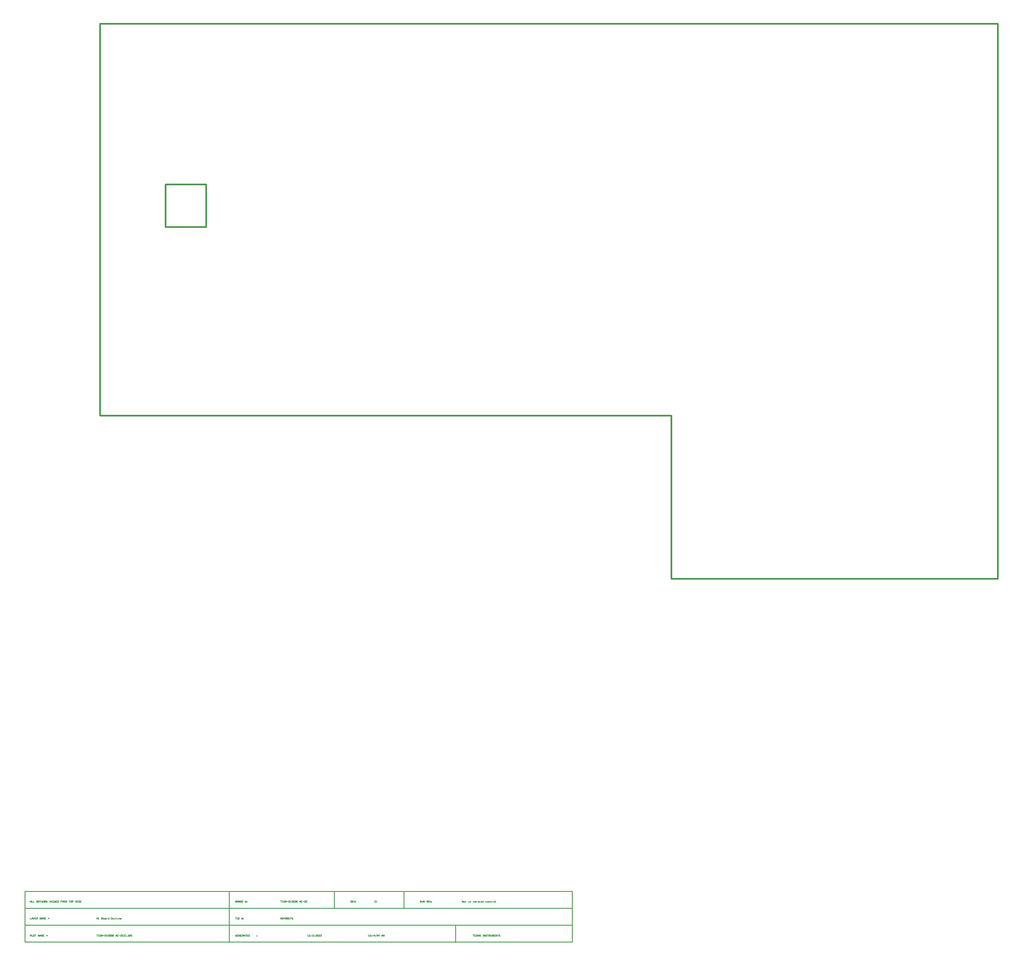
<source format=gm1>
G04*
G04 #@! TF.GenerationSoftware,Altium Limited,Altium Designer,23.1.1 (15)*
G04*
G04 Layer_Color=16711935*
%FSAX44Y44*%
%MOMM*%
G71*
G04*
G04 #@! TF.SameCoordinates,9B1E6CB6-7F21-4D16-986F-FEEA4F8F1DB9*
G04*
G04*
G04 #@! TF.FilePolarity,Positive*
G04*
G01*
G75*
%ADD14C,0.5000*%
%ADD18C,0.1000*%
%ADD19C,0.2540*%
%ADD22C,0.2032*%
G54D14*
X03393522Y01545357D02*
Y03245357D01*
X02393522Y01545357D02*
X03393522D01*
X00843522Y02752857D02*
X00968522D01*
X00843522Y02622857D02*
Y02752857D01*
Y02622857D02*
X00968522D01*
Y02752857D01*
X02393522Y01545357D02*
Y02045357D01*
X00643522D02*
X02393522D01*
X00643522D02*
Y03245357D01*
X03393522Y03245357D01*
G54D18*
X00644332Y02381439D02*
Y02701440D01*
X00643272Y02055357D02*
Y02375357D01*
G54D19*
X01038734Y00433739D02*
Y00588679D01*
X00412751D02*
X02089532D01*
X01360552Y00537032D02*
Y00588679D01*
X01573912Y00537032D02*
Y00588679D01*
X01731900Y00432088D02*
Y00483608D01*
X01429894Y00433739D02*
X02089532D01*
X00412751D02*
X00812928D01*
X00412624Y00537032D02*
X02089532D01*
X00412624Y00433739D02*
X01429894D01*
X00412624Y00485386D02*
X02089024D01*
X00412624Y00433739D02*
Y00588679D01*
X00412751Y00433739D02*
Y00588679D01*
X02089532Y00433739D02*
Y00588679D01*
G54D22*
X00633350Y00503591D02*
Y00508589D01*
X00635016Y00506923D01*
X00636682Y00508589D01*
Y00503591D01*
X00638349D02*
X00640015D01*
X00639182D01*
Y00508589D01*
X00638349Y00507756D01*
X00647512Y00508589D02*
Y00503591D01*
X00650011D01*
X00650844Y00504424D01*
Y00505257D01*
X00650011Y00506090D01*
X00647512D01*
X00650011D01*
X00650844Y00506923D01*
Y00507756D01*
X00650011Y00508589D01*
X00647512D01*
X00653344Y00503591D02*
X00655010D01*
X00655843Y00504424D01*
Y00506090D01*
X00655010Y00506923D01*
X00653344D01*
X00652511Y00506090D01*
Y00504424D01*
X00653344Y00503591D01*
X00658342Y00506923D02*
X00660008D01*
X00660841Y00506090D01*
Y00503591D01*
X00658342D01*
X00657509Y00504424D01*
X00658342Y00505257D01*
X00660841D01*
X00662507Y00506923D02*
Y00503591D01*
Y00505257D01*
X00663340Y00506090D01*
X00664173Y00506923D01*
X00665006D01*
X00670838Y00508589D02*
Y00503591D01*
X00668339D01*
X00667506Y00504424D01*
Y00506090D01*
X00668339Y00506923D01*
X00670838D01*
X00680002Y00508589D02*
X00678335D01*
X00677502Y00507756D01*
Y00504424D01*
X00678335Y00503591D01*
X00680002D01*
X00680835Y00504424D01*
Y00507756D01*
X00680002Y00508589D01*
X00682501Y00506923D02*
Y00504424D01*
X00683334Y00503591D01*
X00685833D01*
Y00506923D01*
X00688332Y00507756D02*
Y00506923D01*
X00687499D01*
X00689165D01*
X00688332D01*
Y00504424D01*
X00689165Y00503591D01*
X00691665D02*
X00693331D01*
X00692497D01*
Y00508589D01*
X00691665D01*
X00695830Y00503591D02*
X00697496D01*
X00696663D01*
Y00506923D01*
X00695830D01*
X00699995Y00503591D02*
Y00506923D01*
X00702494D01*
X00703327Y00506090D01*
Y00503591D01*
X00707493D02*
X00705826D01*
X00704994Y00504424D01*
Y00506090D01*
X00705826Y00506923D01*
X00707493D01*
X00708326Y00506090D01*
Y00505257D01*
X00704994D01*
X00428753Y00555109D02*
Y00558441D01*
X00430419Y00560107D01*
X00432085Y00558441D01*
Y00555109D01*
Y00557608D01*
X00428753D01*
X00433751Y00560107D02*
Y00555109D01*
X00437084D01*
X00438750Y00560107D02*
Y00555109D01*
X00442082D01*
X00448747D02*
Y00558441D01*
X00450413Y00560107D01*
X00452079Y00558441D01*
Y00555109D01*
Y00557608D01*
X00448747D01*
X00453745Y00555109D02*
Y00560107D01*
X00456244D01*
X00457077Y00559274D01*
Y00557608D01*
X00456244Y00556775D01*
X00453745D01*
X00455411D02*
X00457077Y00555109D01*
X00458743Y00560107D02*
X00462076D01*
X00460410D01*
Y00555109D01*
X00463742Y00560107D02*
Y00555109D01*
X00465408Y00556775D01*
X00467074Y00555109D01*
Y00560107D01*
X00471239D02*
X00469573D01*
X00468740Y00559274D01*
Y00555942D01*
X00469573Y00555109D01*
X00471239D01*
X00472072Y00555942D01*
Y00559274D01*
X00471239Y00560107D01*
X00473738Y00555109D02*
Y00560107D01*
X00476238D01*
X00477071Y00559274D01*
Y00557608D01*
X00476238Y00556775D01*
X00473738D01*
X00475405D02*
X00477071Y00555109D01*
X00478737Y00560107D02*
Y00555109D01*
Y00556775D01*
X00482069Y00560107D01*
X00479570Y00557608D01*
X00482069Y00555109D01*
X00488733Y00560107D02*
Y00556775D01*
X00490400Y00555109D01*
X00492066Y00556775D01*
Y00560107D01*
X00493732D02*
X00495398D01*
X00494565D01*
Y00555109D01*
X00493732D01*
X00495398D01*
X00501230Y00560107D02*
X00497897D01*
Y00555109D01*
X00501230D01*
X00497897Y00557608D02*
X00499563D01*
X00502896Y00560107D02*
Y00555109D01*
X00504562Y00556775D01*
X00506228Y00555109D01*
Y00560107D01*
X00511226D02*
X00507894D01*
Y00555109D01*
X00511226D01*
X00507894Y00557608D02*
X00509560D01*
X00512892Y00560107D02*
Y00555109D01*
X00515392D01*
X00516225Y00555942D01*
Y00559274D01*
X00515392Y00560107D01*
X00512892D01*
X00526221D02*
X00522889D01*
Y00557608D01*
X00524555D01*
X00522889D01*
Y00555109D01*
X00527887D02*
Y00560107D01*
X00530387D01*
X00531220Y00559274D01*
Y00557608D01*
X00530387Y00556775D01*
X00527887D01*
X00529553D02*
X00531220Y00555109D01*
X00535385Y00560107D02*
X00533719D01*
X00532886Y00559274D01*
Y00555942D01*
X00533719Y00555109D01*
X00535385D01*
X00536218Y00555942D01*
Y00559274D01*
X00535385Y00560107D01*
X00537884Y00555109D02*
Y00560107D01*
X00539550Y00558441D01*
X00541216Y00560107D01*
Y00555109D01*
X00547881Y00560107D02*
X00551213D01*
X00549547D01*
Y00555109D01*
X00555378Y00560107D02*
X00553712D01*
X00552879Y00559274D01*
Y00555942D01*
X00553712Y00555109D01*
X00555378D01*
X00556212Y00555942D01*
Y00559274D01*
X00555378Y00560107D01*
X00557878Y00555109D02*
Y00560107D01*
X00560377D01*
X00561210Y00559274D01*
Y00557608D01*
X00560377Y00556775D01*
X00557878D01*
X00571207Y00559274D02*
X00570373Y00560107D01*
X00568707D01*
X00567874Y00559274D01*
Y00558441D01*
X00568707Y00557608D01*
X00570373D01*
X00571207Y00556775D01*
Y00555942D01*
X00570373Y00555109D01*
X00568707D01*
X00567874Y00555942D01*
X00572873Y00560107D02*
X00574539D01*
X00573706D01*
Y00555109D01*
X00572873D01*
X00574539D01*
X00577038Y00560107D02*
Y00555109D01*
X00579537D01*
X00580370Y00555942D01*
Y00559274D01*
X00579537Y00560107D01*
X00577038D01*
X00585369D02*
X00582036D01*
Y00555109D01*
X00585369D01*
X00582036Y00557608D02*
X00583703D01*
X00428753Y00451307D02*
Y00456305D01*
X00431252D01*
X00432085Y00455472D01*
Y00453806D01*
X00431252Y00452973D01*
X00428753D01*
X00433751Y00456305D02*
Y00451307D01*
X00437084D01*
X00441249Y00456305D02*
X00439583D01*
X00438750Y00455472D01*
Y00452140D01*
X00439583Y00451307D01*
X00441249D01*
X00442082Y00452140D01*
Y00455472D01*
X00441249Y00456305D01*
X00443748D02*
X00447080D01*
X00445414D01*
Y00451307D01*
X00453745D02*
Y00456305D01*
X00457077Y00451307D01*
Y00456305D01*
X00458743Y00451307D02*
Y00454639D01*
X00460410Y00456305D01*
X00462076Y00454639D01*
Y00451307D01*
Y00453806D01*
X00458743D01*
X00463742Y00451307D02*
Y00456305D01*
X00465408Y00454639D01*
X00467074Y00456305D01*
Y00451307D01*
X00472072Y00456305D02*
X00468740D01*
Y00451307D01*
X00472072D01*
X00468740Y00453806D02*
X00470406D01*
X00478737Y00452973D02*
X00482069D01*
X00478737Y00454639D02*
X00482069D01*
X00428753Y00508589D02*
Y00503591D01*
X00432085D01*
X00433751D02*
Y00506923D01*
X00435418Y00508589D01*
X00437084Y00506923D01*
Y00503591D01*
Y00506090D01*
X00433751D01*
X00438750Y00508589D02*
Y00507756D01*
X00440416Y00506090D01*
X00442082Y00507756D01*
Y00508589D01*
X00440416Y00506090D02*
Y00503591D01*
X00447080Y00508589D02*
X00443748D01*
Y00503591D01*
X00447080D01*
X00443748Y00506090D02*
X00445414D01*
X00448747Y00503591D02*
Y00508589D01*
X00451246D01*
X00452079Y00507756D01*
Y00506090D01*
X00451246Y00505257D01*
X00448747D01*
X00450413D02*
X00452079Y00503591D01*
X00458743D02*
Y00508589D01*
X00462076Y00503591D01*
Y00508589D01*
X00463742Y00503591D02*
Y00506923D01*
X00465408Y00508589D01*
X00467074Y00506923D01*
Y00503591D01*
Y00506090D01*
X00463742D01*
X00468740Y00503591D02*
Y00508589D01*
X00470406Y00506923D01*
X00472072Y00508589D01*
Y00503591D01*
X00477071Y00508589D02*
X00473738D01*
Y00503591D01*
X00477071D01*
X00473738Y00506090D02*
X00475405D01*
X00483735Y00505257D02*
X00487067D01*
X00483735Y00506923D02*
X00487067D01*
X01057784Y00560107D02*
Y00555109D01*
X01060283D01*
X01061116Y00555942D01*
Y00556775D01*
X01060283Y00557608D01*
X01057784D01*
X01060283D01*
X01061116Y00558441D01*
Y00559274D01*
X01060283Y00560107D01*
X01057784D01*
X01065282D02*
X01063616D01*
X01062783Y00559274D01*
Y00555942D01*
X01063616Y00555109D01*
X01065282D01*
X01066115Y00555942D01*
Y00559274D01*
X01065282Y00560107D01*
X01067781Y00555109D02*
Y00558441D01*
X01069447Y00560107D01*
X01071113Y00558441D01*
Y00555109D01*
Y00557608D01*
X01067781D01*
X01072779Y00555109D02*
Y00560107D01*
X01075278D01*
X01076112Y00559274D01*
Y00557608D01*
X01075278Y00556775D01*
X01072779D01*
X01074445D02*
X01076112Y00555109D01*
X01077778Y00560107D02*
Y00555109D01*
X01080277D01*
X01081110Y00555942D01*
Y00559274D01*
X01080277Y00560107D01*
X01077778D01*
X01088607Y00555109D02*
Y00560107D01*
X01090274D02*
Y00555109D01*
X01087774Y00558441D02*
X01090274D01*
X01091107D01*
X01087774Y00556775D02*
X01091107D01*
X01092773Y00558441D02*
X01093606D01*
Y00557608D01*
X01092773D01*
Y00558441D01*
Y00555942D02*
X01093606D01*
Y00555109D01*
X01092773D01*
Y00555942D01*
X00633350Y00456305D02*
X00636682D01*
X00635016D01*
Y00451307D01*
X00638349Y00456305D02*
X00640015D01*
X00639182D01*
Y00451307D01*
X00638349D01*
X00640015D01*
X00642514Y00456305D02*
Y00451307D01*
X00645013D01*
X00645846Y00452140D01*
Y00455472D01*
X00645013Y00456305D01*
X00642514D01*
X00647512Y00451307D02*
Y00454639D01*
X00649178Y00456305D01*
X00650844Y00454639D01*
Y00451307D01*
Y00453806D01*
X00647512D01*
X00652511D02*
X00655843D01*
X00657509Y00455472D02*
X00658342Y00456305D01*
X00660008D01*
X00660841Y00455472D01*
Y00452140D01*
X00660008Y00451307D01*
X00658342D01*
X00657509Y00452140D01*
Y00455472D01*
X00662507Y00451307D02*
X00664173D01*
X00663340D01*
Y00456305D01*
X00662507Y00455472D01*
X00666673D02*
X00667506Y00456305D01*
X00669172D01*
X00670005Y00455472D01*
Y00452140D01*
X00669172Y00451307D01*
X00667506D01*
X00666673Y00452140D01*
Y00455472D01*
X00671671Y00452140D02*
X00672504Y00451307D01*
X00674170D01*
X00675003Y00452140D01*
Y00455472D01*
X00674170Y00456305D01*
X00672504D01*
X00671671Y00455472D01*
Y00454639D01*
X00672504Y00453806D01*
X00675003D01*
X00676669Y00455472D02*
X00677502Y00456305D01*
X00679168D01*
X00680002Y00455472D01*
Y00454639D01*
X00679168Y00453806D01*
X00678335D01*
X00679168D01*
X00680002Y00452973D01*
Y00452140D01*
X00679168Y00451307D01*
X00677502D01*
X00676669Y00452140D01*
X00681668Y00455472D02*
X00682501Y00456305D01*
X00684167D01*
X00685000Y00455472D01*
Y00454639D01*
X00684167Y00453806D01*
X00685000Y00452973D01*
Y00452140D01*
X00684167Y00451307D01*
X00682501D01*
X00681668Y00452140D01*
Y00452973D01*
X00682501Y00453806D01*
X00681668Y00454639D01*
Y00455472D01*
X00682501Y00453806D02*
X00684167D01*
X00691665Y00451307D02*
Y00454639D01*
X00693331Y00456305D01*
X00694997Y00454639D01*
Y00451307D01*
Y00453806D01*
X00691665D01*
X00699995Y00455472D02*
X00699162Y00456305D01*
X00697496D01*
X00696663Y00455472D01*
Y00452140D01*
X00697496Y00451307D01*
X00699162D01*
X00699995Y00452140D01*
X00701661Y00453806D02*
X00704993D01*
X00706659Y00456305D02*
Y00451307D01*
X00709159D01*
X00709992Y00452140D01*
Y00455472D01*
X00709159Y00456305D01*
X00706659D01*
X00714990Y00455472D02*
X00714157Y00456305D01*
X00712491D01*
X00711658Y00455472D01*
Y00452140D01*
X00712491Y00451307D01*
X00714157D01*
X00714990Y00452140D01*
X00719988Y00456305D02*
X00716656D01*
Y00451307D01*
X00719988D01*
X00716656Y00453806D02*
X00718322D01*
X00721655Y00451307D02*
X00723321D01*
X00722488D01*
Y00456305D01*
X00721655Y00455472D01*
X00725820Y00451307D02*
Y00452140D01*
X00726653D01*
Y00451307D01*
X00725820D01*
X00733317Y00455472D02*
X00732485Y00456305D01*
X00730818D01*
X00729985Y00455472D01*
Y00452140D01*
X00730818Y00451307D01*
X00732485D01*
X00733317Y00452140D01*
Y00453806D01*
X00731651D01*
X00734984Y00451307D02*
Y00456305D01*
X00736650Y00454639D01*
X00738316Y00456305D01*
Y00451307D01*
X00739982D02*
X00741648D01*
X00740815D01*
Y00456305D01*
X00739982Y00455472D01*
X01752220Y00555109D02*
Y00560107D01*
X01755552Y00555109D01*
Y00560107D01*
X01758052Y00555109D02*
X01759718D01*
X01760551Y00555942D01*
Y00557608D01*
X01759718Y00558441D01*
X01758052D01*
X01757218Y00557608D01*
Y00555942D01*
X01758052Y00555109D01*
X01763050Y00559274D02*
Y00558441D01*
X01762217D01*
X01763883D01*
X01763050D01*
Y00555942D01*
X01763883Y00555109D01*
X01771381D02*
X01773047D01*
X01772214D01*
Y00558441D01*
X01771381D01*
X01775546Y00555109D02*
Y00558441D01*
X01778045D01*
X01778878Y00557608D01*
Y00555109D01*
X01785543Y00558441D02*
X01787209Y00555109D01*
X01788875Y00558441D01*
X01793040Y00555109D02*
X01791374D01*
X01790541Y00555942D01*
Y00557608D01*
X01791374Y00558441D01*
X01793040D01*
X01793873Y00557608D01*
Y00556775D01*
X01790541D01*
X01795539Y00558441D02*
Y00555109D01*
Y00556775D01*
X01796372Y00557608D01*
X01797206Y00558441D01*
X01798038D01*
X01800538Y00555109D02*
X01803037D01*
X01803870Y00555942D01*
X01803037Y00556775D01*
X01801371D01*
X01800538Y00557608D01*
X01801371Y00558441D01*
X01803870D01*
X01805536Y00555109D02*
X01807202D01*
X01806369D01*
Y00558441D01*
X01805536D01*
X01810535Y00555109D02*
X01812201D01*
X01813034Y00555942D01*
Y00557608D01*
X01812201Y00558441D01*
X01810535D01*
X01809701Y00557608D01*
Y00555942D01*
X01810535Y00555109D01*
X01814700D02*
Y00558441D01*
X01817199D01*
X01818032Y00557608D01*
Y00555109D01*
X01828029Y00558441D02*
X01825530D01*
X01824697Y00557608D01*
Y00555942D01*
X01825530Y00555109D01*
X01828029D01*
X01830528D02*
X01832194D01*
X01833027Y00555942D01*
Y00557608D01*
X01832194Y00558441D01*
X01830528D01*
X01829695Y00557608D01*
Y00555942D01*
X01830528Y00555109D01*
X01834693D02*
Y00558441D01*
X01837192D01*
X01838026Y00557608D01*
Y00555109D01*
X01840525Y00559274D02*
Y00558441D01*
X01839692D01*
X01841358D01*
X01840525D01*
Y00555942D01*
X01841358Y00555109D01*
X01843857Y00558441D02*
Y00555109D01*
Y00556775D01*
X01844690Y00557608D01*
X01845523Y00558441D01*
X01846356D01*
X01849688Y00555109D02*
X01851355D01*
X01852188Y00555942D01*
Y00557608D01*
X01851355Y00558441D01*
X01849688D01*
X01848855Y00557608D01*
Y00555942D01*
X01849688Y00555109D01*
X01853854D02*
X01855520D01*
X01854687D01*
Y00560107D01*
X01853854D01*
X01410844Y00555109D02*
Y00560107D01*
X01413343D01*
X01414176Y00559274D01*
Y00557608D01*
X01413343Y00556775D01*
X01410844D01*
X01412510D02*
X01414176Y00555109D01*
X01419175Y00560107D02*
X01415842D01*
Y00555109D01*
X01419175D01*
X01415842Y00557608D02*
X01417509D01*
X01420841Y00560107D02*
Y00556775D01*
X01422507Y00555109D01*
X01424173Y00556775D01*
Y00560107D01*
X01425839Y00558441D02*
X01426672D01*
Y00557608D01*
X01425839D01*
Y00558441D01*
Y00555942D02*
X01426672D01*
Y00555109D01*
X01425839D01*
Y00555942D01*
X01488217Y00560107D02*
X01484885D01*
Y00555109D01*
X01488217D01*
X01484885Y00557608D02*
X01486551D01*
X01489884Y00555109D02*
X01491550D01*
X01490717D01*
Y00560107D01*
X01489884Y00559274D01*
X01627028D02*
X01626195Y00560107D01*
X01624529D01*
X01623696Y00559274D01*
Y00558441D01*
X01624529Y00557608D01*
X01626195D01*
X01627028Y00556775D01*
Y00555942D01*
X01626195Y00555109D01*
X01624529D01*
X01623696Y00555942D01*
X01628694Y00560107D02*
Y00556775D01*
X01630361Y00555109D01*
X01632027Y00556775D01*
Y00560107D01*
X01633693Y00555109D02*
Y00560107D01*
X01637025Y00555109D01*
Y00560107D01*
X01643690Y00555109D02*
Y00560107D01*
X01646189D01*
X01647022Y00559274D01*
Y00557608D01*
X01646189Y00556775D01*
X01643690D01*
X01645356D02*
X01647022Y00555109D01*
X01652020Y00560107D02*
X01648688D01*
Y00555109D01*
X01652020D01*
X01648688Y00557608D02*
X01650354D01*
X01653686Y00560107D02*
Y00556775D01*
X01655352Y00555109D01*
X01657019Y00556775D01*
Y00560107D01*
X01658685Y00558441D02*
X01659518D01*
Y00557608D01*
X01658685D01*
Y00558441D01*
Y00555942D02*
X01659518D01*
Y00555109D01*
X01658685D01*
Y00555942D01*
X01785494Y00456305D02*
X01788826D01*
X01787160D01*
Y00451307D01*
X01793825Y00456305D02*
X01790493D01*
Y00451307D01*
X01793825D01*
X01790493Y00453806D02*
X01792159D01*
X01795491Y00456305D02*
X01798823Y00451307D01*
Y00456305D02*
X01795491Y00451307D01*
X01800489D02*
Y00454639D01*
X01802155Y00456305D01*
X01803822Y00454639D01*
Y00451307D01*
Y00453806D01*
X01800489D01*
X01808820Y00455472D02*
X01807987Y00456305D01*
X01806321D01*
X01805488Y00455472D01*
Y00454639D01*
X01806321Y00453806D01*
X01807987D01*
X01808820Y00452973D01*
Y00452140D01*
X01807987Y00451307D01*
X01806321D01*
X01805488Y00452140D01*
X01815484Y00456305D02*
X01817151D01*
X01816317D01*
Y00451307D01*
X01815484D01*
X01817151D01*
X01819650D02*
Y00456305D01*
X01822982Y00451307D01*
Y00456305D01*
X01827980Y00455472D02*
X01827147Y00456305D01*
X01825481D01*
X01824648Y00455472D01*
Y00454639D01*
X01825481Y00453806D01*
X01827147D01*
X01827980Y00452973D01*
Y00452140D01*
X01827147Y00451307D01*
X01825481D01*
X01824648Y00452140D01*
X01829646Y00456305D02*
X01832979D01*
X01831313D01*
Y00451307D01*
X01834645D02*
Y00456305D01*
X01837144D01*
X01837977Y00455472D01*
Y00453806D01*
X01837144Y00452973D01*
X01834645D01*
X01836311D02*
X01837977Y00451307D01*
X01839643Y00456305D02*
Y00452140D01*
X01840476Y00451307D01*
X01842142D01*
X01842975Y00452140D01*
Y00456305D01*
X01844642Y00451307D02*
Y00456305D01*
X01846308Y00454639D01*
X01847974Y00456305D01*
Y00451307D01*
X01852972Y00456305D02*
X01849640D01*
Y00451307D01*
X01852972D01*
X01849640Y00453806D02*
X01851306D01*
X01854638Y00451307D02*
Y00456305D01*
X01857970Y00451307D01*
Y00456305D01*
X01859637D02*
X01862969D01*
X01861303D01*
Y00451307D01*
X01867967Y00455472D02*
X01867134Y00456305D01*
X01865468D01*
X01864635Y00455472D01*
Y00454639D01*
X01865468Y00453806D01*
X01867134D01*
X01867967Y00452973D01*
Y00452140D01*
X01867134Y00451307D01*
X01865468D01*
X01864635Y00452140D01*
X01196341Y00560107D02*
X01199673D01*
X01198007D01*
Y00555109D01*
X01201339Y00560107D02*
X01203006D01*
X01202173D01*
Y00555109D01*
X01201339D01*
X01203006D01*
X01205505Y00560107D02*
Y00555109D01*
X01208004D01*
X01208837Y00555942D01*
Y00559274D01*
X01208004Y00560107D01*
X01205505D01*
X01210503Y00555109D02*
Y00558441D01*
X01212169Y00560107D01*
X01213836Y00558441D01*
Y00555109D01*
Y00557608D01*
X01210503D01*
X01215502D02*
X01218834D01*
X01220500Y00559274D02*
X01221333Y00560107D01*
X01222999D01*
X01223832Y00559274D01*
Y00555942D01*
X01222999Y00555109D01*
X01221333D01*
X01220500Y00555942D01*
Y00559274D01*
X01225498Y00555109D02*
X01227164D01*
X01226331D01*
Y00560107D01*
X01225498Y00559274D01*
X01229664D02*
X01230497Y00560107D01*
X01232163D01*
X01232996Y00559274D01*
Y00555942D01*
X01232163Y00555109D01*
X01230497D01*
X01229664Y00555942D01*
Y00559274D01*
X01234662Y00555942D02*
X01235495Y00555109D01*
X01237161D01*
X01237994Y00555942D01*
Y00559274D01*
X01237161Y00560107D01*
X01235495D01*
X01234662Y00559274D01*
Y00558441D01*
X01235495Y00557608D01*
X01237994D01*
X01239660Y00559274D02*
X01240493Y00560107D01*
X01242160D01*
X01242993Y00559274D01*
Y00558441D01*
X01242160Y00557608D01*
X01241327D01*
X01242160D01*
X01242993Y00556775D01*
Y00555942D01*
X01242160Y00555109D01*
X01240493D01*
X01239660Y00555942D01*
X01244659Y00559274D02*
X01245492Y00560107D01*
X01247158D01*
X01247991Y00559274D01*
Y00558441D01*
X01247158Y00557608D01*
X01247991Y00556775D01*
Y00555942D01*
X01247158Y00555109D01*
X01245492D01*
X01244659Y00555942D01*
Y00556775D01*
X01245492Y00557608D01*
X01244659Y00558441D01*
Y00559274D01*
X01245492Y00557608D02*
X01247158D01*
X01254656Y00555109D02*
Y00558441D01*
X01256322Y00560107D01*
X01257988Y00558441D01*
Y00555109D01*
Y00557608D01*
X01254656D01*
X01262986Y00559274D02*
X01262153Y00560107D01*
X01260487D01*
X01259654Y00559274D01*
Y00555942D01*
X01260487Y00555109D01*
X01262153D01*
X01262986Y00555942D01*
X01264652Y00557608D02*
X01267984D01*
X01269650Y00560107D02*
Y00555109D01*
X01272150D01*
X01272983Y00555942D01*
Y00559274D01*
X01272150Y00560107D01*
X01269650D01*
X01277981Y00559274D02*
X01277148Y00560107D01*
X01275482D01*
X01274649Y00559274D01*
Y00555942D01*
X01275482Y00555109D01*
X01277148D01*
X01277981Y00555942D01*
X01057784Y00508460D02*
X01061116D01*
X01059450D01*
Y00503462D01*
X01062783Y00508460D02*
X01064449D01*
X01063616D01*
Y00503462D01*
X01062783D01*
X01064449D01*
X01066948Y00508460D02*
Y00503462D01*
X01069447D01*
X01070280Y00504295D01*
Y00507627D01*
X01069447Y00508460D01*
X01066948D01*
X01077778Y00503462D02*
Y00508460D01*
X01079444D02*
Y00503462D01*
X01076945Y00506794D02*
X01079444D01*
X01080277D01*
X01076945Y00505128D02*
X01080277D01*
X01081943Y00506794D02*
X01082776D01*
Y00505961D01*
X01081943D01*
Y00506794D01*
Y00504295D02*
X01082776D01*
Y00503462D01*
X01081943D01*
Y00504295D01*
X01061624Y00455472D02*
X01060791Y00456305D01*
X01059125D01*
X01058292Y00455472D01*
Y00452140D01*
X01059125Y00451307D01*
X01060791D01*
X01061624Y00452140D01*
Y00453806D01*
X01059958D01*
X01066623Y00456305D02*
X01063290D01*
Y00451307D01*
X01066623D01*
X01063290Y00453806D02*
X01064957D01*
X01068289Y00451307D02*
Y00456305D01*
X01071621Y00451307D01*
Y00456305D01*
X01076619D02*
X01073287D01*
Y00451307D01*
X01076619D01*
X01073287Y00453806D02*
X01074953D01*
X01078286Y00451307D02*
Y00456305D01*
X01080785D01*
X01081618Y00455472D01*
Y00453806D01*
X01080785Y00452973D01*
X01078286D01*
X01079952D02*
X01081618Y00451307D01*
X01083284D02*
Y00454639D01*
X01084950Y00456305D01*
X01086616Y00454639D01*
Y00451307D01*
Y00453806D01*
X01083284D01*
X01088282Y00456305D02*
X01091615D01*
X01089949D01*
Y00451307D01*
X01096613Y00456305D02*
X01093281D01*
Y00451307D01*
X01096613D01*
X01093281Y00453806D02*
X01094947D01*
X01098279Y00456305D02*
Y00451307D01*
X01100778D01*
X01101611Y00452140D01*
Y00455472D01*
X01100778Y00456305D01*
X01098279D01*
X01123271Y00454639D02*
X01124104D01*
Y00453806D01*
X01123271D01*
Y00454639D01*
Y00452140D02*
X01124104D01*
Y00451307D01*
X01123271D01*
Y00452140D01*
X01464311Y00451307D02*
X01465977D01*
X01465144D01*
Y00456305D01*
X01464311Y00455472D01*
X01468477D02*
X01469310Y00456305D01*
X01470976D01*
X01471809Y00455472D01*
Y00452140D01*
X01470976Y00451307D01*
X01469310D01*
X01468477Y00452140D01*
Y00455472D01*
X01473475Y00454639D02*
X01474308D01*
Y00453806D01*
X01473475D01*
Y00454639D01*
Y00452140D02*
X01474308D01*
Y00451307D01*
X01473475D01*
Y00452140D01*
X01477640Y00451307D02*
X01479306D01*
X01478473D01*
Y00456305D01*
X01477640Y00455472D01*
X01484305Y00451307D02*
Y00456305D01*
X01481806Y00453806D01*
X01485138D01*
X01486804Y00454639D02*
X01487637D01*
Y00453806D01*
X01486804D01*
Y00454639D01*
Y00452140D02*
X01487637D01*
Y00451307D01*
X01486804D01*
Y00452140D01*
X01494301Y00456305D02*
X01490969D01*
Y00453806D01*
X01492635Y00454639D01*
X01493468D01*
X01494301Y00453806D01*
Y00452140D01*
X01493468Y00451307D01*
X01491802D01*
X01490969Y00452140D01*
X01498467Y00451307D02*
Y00456305D01*
X01495968Y00453806D01*
X01499300D01*
X01505964Y00451307D02*
Y00454639D01*
X01507630Y00456305D01*
X01509297Y00454639D01*
Y00451307D01*
Y00453806D01*
X01505964D01*
X01510963Y00451307D02*
Y00456305D01*
X01512629Y00454639D01*
X01514295Y00456305D01*
Y00451307D01*
X01196341Y00503462D02*
Y00506794D01*
X01198007Y00508460D01*
X01199673Y00506794D01*
Y00503462D01*
Y00505961D01*
X01196341D01*
X01201339Y00507627D02*
X01202173Y00508460D01*
X01203839D01*
X01204672Y00507627D01*
Y00504295D01*
X01203839Y00503462D01*
X01202173D01*
X01201339Y00504295D01*
Y00507627D01*
X01208837Y00503462D02*
Y00508460D01*
X01206338Y00505961D01*
X01209670D01*
X01211336Y00504295D02*
X01212169Y00503462D01*
X01213835D01*
X01214669Y00504295D01*
Y00507627D01*
X01213835Y00508460D01*
X01212169D01*
X01211336Y00507627D01*
Y00506794D01*
X01212169Y00505961D01*
X01214669D01*
X01216335Y00507627D02*
X01217168Y00508460D01*
X01218834D01*
X01219667Y00507627D01*
Y00506794D01*
X01218834Y00505961D01*
X01219667Y00505128D01*
Y00504295D01*
X01218834Y00503462D01*
X01217168D01*
X01216335Y00504295D01*
Y00505128D01*
X01217168Y00505961D01*
X01216335Y00506794D01*
Y00507627D01*
X01217168Y00505961D02*
X01218834D01*
X01221333Y00503462D02*
X01222999D01*
X01222166D01*
Y00508460D01*
X01221333Y00507627D01*
X01225498Y00508460D02*
X01228831D01*
Y00507627D01*
X01225498Y00504295D01*
Y00503462D01*
X01233829Y00508460D02*
X01232163Y00507627D01*
X01230497Y00505961D01*
Y00504295D01*
X01231330Y00503462D01*
X01232996D01*
X01233829Y00504295D01*
Y00505128D01*
X01232996Y00505961D01*
X01230497D01*
X01279145Y00451307D02*
X01280811D01*
X01279978D01*
Y00456305D01*
X01279145Y00455472D01*
X01286643Y00451307D02*
X01283311D01*
X01286643Y00454639D01*
Y00455472D01*
X01285810Y00456305D01*
X01284144D01*
X01283311Y00455472D01*
X01288309Y00451307D02*
X01291641Y00454639D01*
X01293307Y00455472D02*
X01294140Y00456305D01*
X01295806D01*
X01296640Y00455472D01*
Y00454639D01*
X01295806Y00453806D01*
X01294973D01*
X01295806D01*
X01296640Y00452973D01*
Y00452140D01*
X01295806Y00451307D01*
X01294140D01*
X01293307Y00452140D01*
X01298306Y00451307D02*
X01301638Y00454639D01*
X01306636Y00451307D02*
X01303304D01*
X01306636Y00454639D01*
Y00455472D01*
X01305803Y00456305D01*
X01304137D01*
X01303304Y00455472D01*
X01308302D02*
X01309135Y00456305D01*
X01310802D01*
X01311635Y00455472D01*
Y00452140D01*
X01310802Y00451307D01*
X01309135D01*
X01308302Y00452140D01*
Y00455472D01*
X01316633Y00451307D02*
X01313301D01*
X01316633Y00454639D01*
Y00455472D01*
X01315800Y00456305D01*
X01314134D01*
X01313301Y00455472D01*
X01318299D02*
X01319132Y00456305D01*
X01320798D01*
X01321631Y00455472D01*
Y00454639D01*
X01320798Y00453806D01*
X01319965D01*
X01320798D01*
X01321631Y00452973D01*
Y00452140D01*
X01320798Y00451307D01*
X01319132D01*
X01318299Y00452140D01*
M02*

</source>
